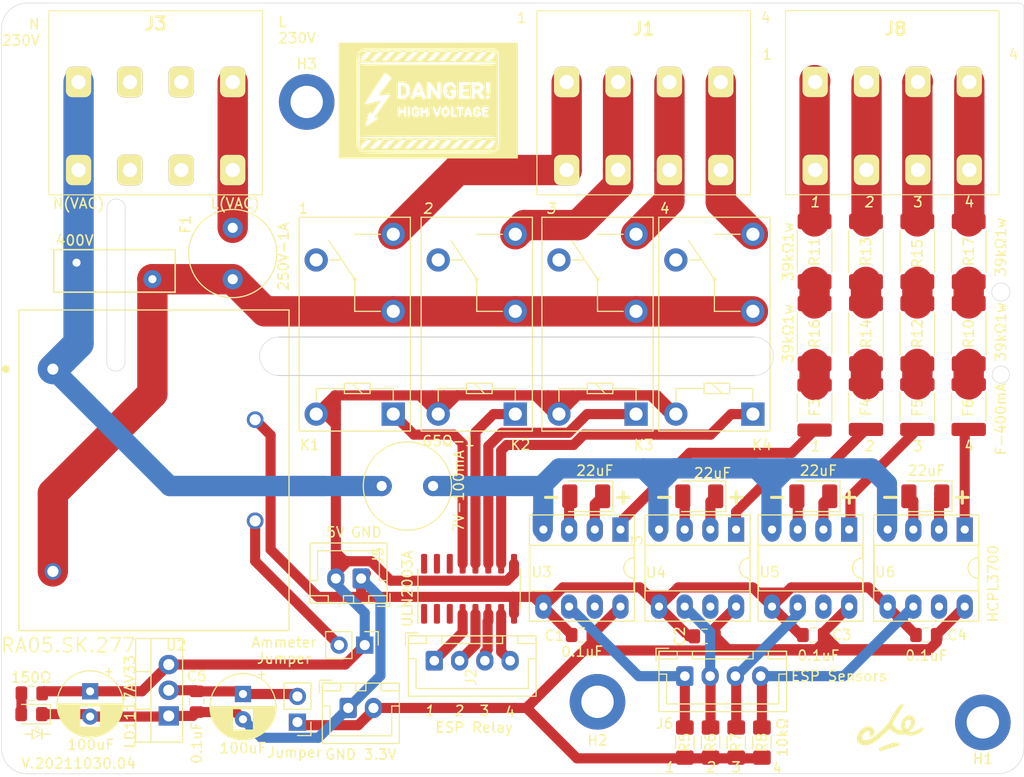
<source format=kicad_pcb>
(kicad_pcb (version 20171130) (host pcbnew "(5.1.6)-1")
  (layers (0 F.Cu signal) (31 B.Cu signal) (34 B.Paste user hide) (35 F.Paste user hide) (36 B.SilkS user hide) (37 F.SilkS user) (38 B.Mask user hide) (39 F.Mask user hide) (44 Edge.Cuts user))
  (net 0 "")
  (net 1 "220VAC(L)")
  (net 2 "220VAC(N)")
  (net 3 5V+)
  (net 4 3.3V+)
  (net 5 Sens4)
  (net 6 Sens3)
  (net 7 Sens2)
  (net 8 Sens1)
  (net 9 REO4)
  (net 10 REO3)
  (net 11 REO2)
  (net 12 REO1)
  (net 13 "Net-(22uF1-Pad2)")
  (net 14 "Net-(22uF1-Pad1)")
  (net 15 "Net-(22uF2-Pad2)")
  (net 16 "Net-(22uF2-Pad1)")
  (net 17 "Net-(22uF3-Pad2)")
  (net 18 "Net-(22uF3-Pad1)")
  (net 19 "Net-(22uF4-Pad2)")
  (net 20 "Net-(22uF4-Pad1)")
  (net 21 "GND(5V)")
  (net 22 REI1)
  (net 23 REI2)
  (net 24 REI3)
  (net 25 REI4)
  (net 26 "Net-(F1-Pad1)")
  (net 27 EspSens1)
  (net 28 EspSens2)
  (net 29 EspSens3)
  (net 30 EspSens4)
  (net 31 EspRel1)
  (net 32 EspRel2)
  (net 33 EspRel3)
  (net 34 EspRel4)
  (net 35 "Net-(D9-Pad2)")
  (net 36 "Net-(J9-Pad2)")
  (net 37 "Net-(F2-Pad1)")
  (net 38 "Net-(F3-Pad2)")
  (net 39 "Net-(F3-Pad1)")
  (net 40 "Net-(F4-Pad2)")
  (net 41 "Net-(F4-Pad1)")
  (net 42 "Net-(F5-Pad2)")
  (net 43 "Net-(F5-Pad1)")
  (net 44 "Net-(F6-Pad2)")
  (net 45 "Net-(F6-Pad1)")
  (net 46 "Net-(100uF_2-Pad1)")
  (net 47 "Net-(R10-Pad1)")
  (net 48 "Net-(R11-Pad2)")
  (net 49 "Net-(R12-Pad1)")
  (net 50 "Net-(R13-Pad2)")
  (module Capacitor_SMD:C_0805_2012Metric_Pad1.15x1.40mm_HandSolder (layer F.Cu) (at 118.3005 136.4525 90)
    (fp_text reference C5 (at 2.531 0 180) (layer F.SilkS))
    (fp_text value 0.1uF (at -4.073 0 270) (layer F.SilkS))
    (pad 2 smd roundrect (at 1.025 0 90) (size 1.15 1.4) (layers F.Cu F.Paste F.Mask) (roundrect_rratio 0.217391) (net 46 "Net-(100uF_2-Pad1)"))
    (pad 1 smd roundrect (at -1.025 0 90) (size 1.15 1.4) (layers F.Cu F.Paste F.Mask) (roundrect_rratio 0.217391) (net 21 "GND(5V)"))
  )
  (module Resistor_SMD:R_1206_3216Metric_Pad1.42x1.75mm_HandSolder (layer F.Cu) (at 174.1805 140.489 270)
    (fp_text reference R8 (at 0 0 90) (layer F.SilkS))
    (fp_text value 10kΩ (at -0.508 -2.032 90) (layer F.SilkS))
    (pad 2 smd roundrect (at 1.4875 0 270) (size 1.425 1.75) (layers F.Cu F.Paste F.Mask) (roundrect_rratio 0.175439) (net 4 3.3V+))
    (pad 1 smd roundrect (at -1.4875 0 270) (size 1.425 1.75) (layers F.Cu F.Paste F.Mask) (roundrect_rratio 0.175439) (net 27 EspSens1))
  )
  (module Resistor_SMD:R_1206_3216Metric_Pad1.42x1.75mm_HandSolder (layer F.Cu) (at 171.6405 140.489 270)
    (fp_text reference R7 (at -0.009 0 90) (layer F.SilkS))
    (fp_text value 10kΩ)
    (pad 2 smd roundrect (at 1.4875 0 270) (size 1.425 1.75) (layers F.Cu F.Paste F.Mask) (roundrect_rratio 0.175439) (net 4 3.3V+))
    (pad 1 smd roundrect (at -1.4875 0 270) (size 1.425 1.75) (layers F.Cu F.Paste F.Mask) (roundrect_rratio 0.175439) (net 28 EspSens2))
  )
  (module Resistor_SMD:R_1206_3216Metric_Pad1.42x1.75mm_HandSolder (layer F.Cu) (at 169.1005 140.489 270)
    (fp_text reference R6 (at 0 0 90) (layer F.SilkS))
    (fp_text value 10kΩ)
    (pad 2 smd roundrect (at 1.4875 0 270) (size 1.425 1.75) (layers F.Cu F.Paste F.Mask) (roundrect_rratio 0.175439) (net 4 3.3V+))
    (pad 1 smd roundrect (at -1.4875 0 270) (size 1.425 1.75) (layers F.Cu F.Paste F.Mask) (roundrect_rratio 0.175439) (net 29 EspSens3))
  )
  (module Resistor_SMD:R_1206_3216Metric_Pad1.42x1.75mm_HandSolder (layer F.Cu) (at 166.5605 140.489 270)
    (fp_text reference R5 (at 0 0 90) (layer F.SilkS))
    (fp_text value 10kΩ)
    (pad 2 smd roundrect (at 1.4875 0 270) (size 1.425 1.75) (layers F.Cu F.Paste F.Mask) (roundrect_rratio 0.175439) (net 4 3.3V+))
    (pad 1 smd roundrect (at -1.4875 0 270) (size 1.425 1.75) (layers F.Cu F.Paste F.Mask) (roundrect_rratio 0.175439) (net 30 EspSens4))
  )
  (module icons:led_6000dpi (layer F.Cu) (at 102.5525 139.5095)
    (fp_text reference G*** hide)
    (fp_text value LOGO hide)
  )
  (module icons:che (layer F.Cu) (at 186.8805 139.0015)
    (fp_text reference G*** hide)
    (fp_text value LOGO hide)
  )
  (module rac05-05sk:277 (layer F.Cu) (at 114.0765 113.5685)
    (fp_text reference RA05.SK.277 (at -8.476 17.305 180) (layer F.SilkS) (effects (font (size 1.4 1.4))))
    (fp_text value RAC05.05SK.277)
    (pad 9 thru_hole circle (at 10 -5) (size 1.65 1.65) (drill 1.1) (layers *.Cu *.Mask) (net 21 "GND(5V)"))
    (pad 7 thru_hole circle (at 10 5) (size 1.65 1.65) (drill 1.1) (layers *.Cu *.Mask) (net 36 "Net-(J9-Pad2)"))
    (pad 5 thru_hole circle (at -10 10) (size 1.65 1.65) (drill 1.1) (layers *.Cu *.Mask) (net 1 "220VAC(L)"))
    (pad 1 thru_hole rect (at -10 -10) (size 1.65 1.65) (drill 1.1) (layers *.Cu *.Mask) (net 37 "Net-(F2-Pad1)"))
  )
  (module 1017505_updated_pretty:1017505_pretty (layer F.Cu) (at 170.1165 83.8835 180)
    (fp_text reference J1 (at 7.62 13.97) (layer F.SilkS) (effects (font (size 1.27 1.27) (thickness 0.254))))
    (fp_text value 1017505 hide)
    (pad 1 thru_hole roundrect (at 0 0 270) (size 3 2.5) (drill 1.4) (layers *.Cu *.Mask F.SilkS) (net 9 REO4))
    (pad 2 thru_hole roundrect (at 0 8.7 270) (size 3 2.5) (drill 1.4) (layers *.Cu *.Mask F.SilkS) (net 9 REO4))
    (pad 3 thru_hole roundrect (at 5.08 0 270) (size 3 2.5) (drill 1.4) (layers *.Cu *.Mask F.SilkS) (net 10 REO3))
    (pad 4 thru_hole roundrect (at 5.08 8.7 270) (size 3 2.5) (drill 1.4) (layers *.Cu *.Mask F.SilkS) (net 10 REO3))
    (pad 5 thru_hole roundrect (at 10.16 0 270) (size 3 2.5) (drill 1.4) (layers *.Cu *.Mask F.SilkS) (net 11 REO2))
    (pad 6 thru_hole roundrect (at 10.16 8.7 270) (size 3 2.5) (drill 1.4) (layers *.Cu *.Mask F.SilkS) (net 11 REO2))
    (pad 7 thru_hole roundrect (at 15.24 0 270) (size 3 2.5) (drill 1.4) (layers *.Cu *.Mask F.SilkS) (net 12 REO1))
    (pad 8 thru_hole roundrect (at 15.24 8.7 270) (size 3 2.5) (drill 1.4) (layers *.Cu *.Mask F.SilkS) (net 12 REO1))
  )
  (module Package_SO:SOIC-16_3.9x9.9mm_P1.27mm (layer F.Cu) (at 145.2245 125.2855 90)
    (fp_text reference U1 hide)
    (fp_text value ULN2003A (at 0 -6.096 90) (layer F.SilkS))
    (pad 1 smd roundrect (at -2.475 -4.445 90) (size 1.95 0.6) (layers F.Cu F.Paste F.Mask))
    (pad 2 smd roundrect (at -2.475 -3.175 90) (size 1.95 0.6) (layers F.Cu F.Paste F.Mask))
    (pad 3 smd roundrect (at -2.475 -1.905 90) (size 1.95 0.6) (layers F.Cu F.Paste F.Mask))
    (pad 4 smd roundrect (at -2.475 -0.635 90) (size 1.95 0.6) (layers F.Cu F.Paste F.Mask) (net 34 EspRel4))
    (pad 5 smd roundrect (at -2.475 0.635 90) (size 1.95 0.6) (layers F.Cu F.Paste F.Mask) (net 33 EspRel3))
    (pad 6 smd roundrect (at -2.475 1.905 90) (size 1.95 0.6) (layers F.Cu F.Paste F.Mask) (net 32 EspRel2))
    (pad 7 smd roundrect (at -2.475 3.175 90) (size 1.95 0.6) (layers F.Cu F.Paste F.Mask) (net 31 EspRel1))
    (pad 8 smd roundrect (at -2.475 4.445 90) (size 1.95 0.6) (layers F.Cu F.Paste F.Mask) (net 21 "GND(5V)"))
    (pad 9 smd roundrect (at 2.475 4.445 90) (size 1.95 0.6) (layers F.Cu F.Paste F.Mask) (net 3 5V+))
    (pad 10 smd roundrect (at 2.475 3.175 90) (size 1.95 0.6) (layers F.Cu F.Paste F.Mask) (net 25 REI4))
    (pad 11 smd roundrect (at 2.475 1.905 90) (size 1.95 0.6) (layers F.Cu F.Paste F.Mask) (net 24 REI3))
    (pad 12 smd roundrect (at 2.475 0.635 90) (size 1.95 0.6) (layers F.Cu F.Paste F.Mask) (net 23 REI2))
    (pad 13 smd roundrect (at 2.475 -0.635 90) (size 1.95 0.6) (layers F.Cu F.Paste F.Mask) (net 22 REI1))
    (pad 14 smd roundrect (at 2.475 -1.905 90) (size 1.95 0.6) (layers F.Cu F.Paste F.Mask))
    (pad 15 smd roundrect (at 2.475 -3.175 90) (size 1.95 0.6) (layers F.Cu F.Paste F.Mask))
    (pad 16 smd roundrect (at 2.475 -4.445 90) (size 1.95 0.6) (layers F.Cu F.Paste F.Mask))
  )
  (module Capacitor_Tantalum_SMD:CP_EIA-3528-21_Kemet-B_Pad1.50x2.35mm_HandSolder (layer F.Cu) (at 190.3355 116.1415 180)
    (fp_text reference 22uF4 hide)
    (fp_text value 22uF (at -0.101 2.54 180) (layer F.SilkS))
    (pad 2 smd roundrect (at 1.625 0 180) (size 1.5 2.35) (layers F.Cu F.Paste F.Mask) (roundrect_rratio 0.166667) (net 19 "Net-(22uF4-Pad2)"))
    (pad 1 smd roundrect (at -1.625 0 180) (size 1.5 2.35) (layers F.Cu F.Paste F.Mask) (roundrect_rratio 0.166667) (net 20 "Net-(22uF4-Pad1)"))
  )
  (module Capacitor_Tantalum_SMD:CP_EIA-3528-21_Kemet-B_Pad1.50x2.35mm_HandSolder (layer F.Cu) (at 179.2605 116.1415 180)
    (fp_text reference 22uF3 hide)
    (fp_text value 22uF (at -0.508 2.54 180) (layer F.SilkS))
    (pad 2 smd roundrect (at 1.625 0 180) (size 1.5 2.35) (layers F.Cu F.Paste F.Mask) (roundrect_rratio 0.166667) (net 17 "Net-(22uF3-Pad2)"))
    (pad 1 smd roundrect (at -1.625 0 180) (size 1.5 2.35) (layers F.Cu F.Paste F.Mask) (roundrect_rratio 0.166667) (net 18 "Net-(22uF3-Pad1)"))
  )
  (module Capacitor_Tantalum_SMD:CP_EIA-3528-21_Kemet-B_Pad1.50x2.35mm_HandSolder (layer F.Cu) (at 167.9835 116.1415 180)
    (fp_text reference 22uF2 hide)
    (fp_text value 22uF (at -1.3065 2.286 180) (layer F.SilkS))
    (pad 2 smd roundrect (at 1.625 0 180) (size 1.5 2.35) (layers F.Cu F.Paste F.Mask) (roundrect_rratio 0.166667) (net 15 "Net-(22uF2-Pad2)"))
    (pad 1 smd roundrect (at -1.625 0 180) (size 1.5 2.35) (layers F.Cu F.Paste F.Mask) (roundrect_rratio 0.166667) (net 16 "Net-(22uF2-Pad1)"))
  )
  (module Capacitor_Tantalum_SMD:CP_EIA-3528-21_Kemet-B_Pad1.50x2.35mm_HandSolder (layer F.Cu) (at 156.8075 116.1415 180)
    (fp_text reference 22uF1 hide)
    (fp_text value 22uF (at -0.8525 2.54 180) (layer F.SilkS))
    (pad 2 smd roundrect (at 1.625 0 180) (size 1.5 2.35) (layers F.Cu F.Paste F.Mask) (roundrect_rratio 0.166667) (net 13 "Net-(22uF1-Pad2)"))
    (pad 1 smd roundrect (at -1.625 0 180) (size 1.5 2.35) (layers F.Cu F.Paste F.Mask) (roundrect_rratio 0.166667) (net 14 "Net-(22uF1-Pad1)"))
  )
  (module Fuse:Fuse_Littelfuse_372_D8.50mm (layer F.Cu) (at 136.5885 115.1255)
    (fp_text reference F2 hide)
    (fp_text value 7V-100mA (at 7.62 0.508 -90) (layer F.SilkS))
    (pad 2 thru_hole circle (at 5.08 0) (size 2 2) (drill 1) (layers *.Cu *.Mask) (net 2 "220VAC(N)"))
    (pad 1 thru_hole circle (at 0 0) (size 2 2) (drill 1) (layers *.Cu *.Mask) (net 37 "Net-(F2-Pad1)"))
  )
  (module Resistor_SMD:R_2512_6332Metric_Pad1.52x3.35mm_HandSolder (layer F.Cu) (at 194.6275 91.951 270)
    (fp_text reference R17 (at 0 0 90) (layer F.SilkS))
    (fp_text value 39kΩ1w (at -0.4475 -3.175 90) (layer F.SilkS))
    (pad 2 smd roundrect (at 2.9875 0 270) (size 1.525 3.35) (layers F.Cu F.Paste F.Mask) (roundrect_rratio 0.163934) (net 47 "Net-(R10-Pad1)"))
    (pad 1 smd roundrect (at -2.9875 0 270) (size 1.525 3.35) (layers F.Cu F.Paste F.Mask) (roundrect_rratio 0.163934) (net 5 Sens4))
  )
  (module Resistor_SMD:R_2512_6332Metric_Pad1.52x3.35mm_HandSolder (layer F.Cu) (at 189.5475 91.951 270)
    (fp_text reference R15 (at 0.1875 0 90) (layer F.SilkS))
    (fp_text value 39kΩ1w)
    (pad 2 smd roundrect (at 2.9875 0 270) (size 1.525 3.35) (layers F.Cu F.Paste F.Mask) (roundrect_rratio 0.163934) (net 49 "Net-(R12-Pad1)"))
    (pad 1 smd roundrect (at -2.9875 0 270) (size 1.525 3.35) (layers F.Cu F.Paste F.Mask) (roundrect_rratio 0.163934) (net 6 Sens3))
  )
  (module Resistor_SMD:R_2512_6332Metric_Pad1.52x3.35mm_HandSolder (layer F.Cu) (at 184.4675 91.951 270)
    (fp_text reference R13 (at 0 0 90) (layer F.SilkS))
    (fp_text value 39kΩ1w)
    (pad 2 smd roundrect (at 2.9875 0 270) (size 1.525 3.35) (layers F.Cu F.Paste F.Mask) (roundrect_rratio 0.163934) (net 50 "Net-(R13-Pad2)"))
    (pad 1 smd roundrect (at -2.9875 0 270) (size 1.525 3.35) (layers F.Cu F.Paste F.Mask) (roundrect_rratio 0.163934) (net 8 Sens1))
  )
  (module Resistor_SMD:R_2512_6332Metric_Pad1.52x3.35mm_HandSolder (layer F.Cu) (at 179.3875 91.951 270)
    (fp_text reference R11 (at 0 0 90) (layer F.SilkS))
    (fp_text value 39kΩ1w (at 0 2.62 90) (layer F.SilkS))
    (pad 2 smd roundrect (at 2.9875 0 270) (size 1.525 3.35) (layers F.Cu F.Paste F.Mask) (roundrect_rratio 0.163934) (net 48 "Net-(R11-Pad2)"))
    (pad 1 smd roundrect (at -2.9875 0 270) (size 1.525 3.35) (layers F.Cu F.Paste F.Mask) (roundrect_rratio 0.163934) (net 7 Sens2))
  )
  (module Connector_PinHeader_2.54mm:PinHeader_1x02_P2.54mm_Vertical (layer F.Cu) (at 128.2573 138.4681 180)
    (fp_text reference J11 hide)
    (fp_text value "Current Jumper" hide)
    (fp_text user Jumper (at 0.2794 -2.9972 180) (layer F.SilkS))
    (pad 2 thru_hole oval (at 0 2.54 180) (size 1.7 1.7) (drill 1) (layers *.Cu *.Mask) (net 46 "Net-(100uF_2-Pad1)"))
    (pad 1 thru_hole rect (at 0 0 180) (size 1.7 1.7) (drill 1) (layers *.Cu *.Mask) (net 4 3.3V+))
  )
  (module Connector_JST:JST_XH_B2B-XH-A_1x02_P2.50mm_Vertical (layer F.Cu) (at 133.2757 137.0711)
    (fp_text reference J10 hide)
    (fp_text value "GND 3.3V" (at 1.25 4.6) (layer F.SilkS))
    (pad 2 thru_hole oval (at 2.5 0) (size 1.7 2) (drill 1) (layers *.Cu *.Mask) (net 4 3.3V+))
    (pad 1 thru_hole roundrect (at 0 0) (size 1.7 2) (drill 1) (layers *.Cu *.Mask) (roundrect_rratio 0.147059) (net 21 "GND(5V)"))
  )
  (module Resistor_SMD:R_0805_2012Metric_Pad1.15x1.40mm_HandSolder (layer F.Cu) (at 101.9937 135.6233)
    (fp_text reference R9 hide)
    (fp_text value 150Ω (at -0.0508 -1.5748) (layer F.SilkS))
    (pad 2 smd roundrect (at 1.025 0) (size 1.15 1.4) (layers F.Cu F.Paste F.Mask) (roundrect_rratio 0.217391) (net 3 5V+))
    (pad 1 smd roundrect (at -1.025 0) (size 1.15 1.4) (layers F.Cu F.Paste F.Mask) (roundrect_rratio 0.217391) (net 35 "Net-(D9-Pad2)"))
  )
  (module LED_SMD:LED_0805_2012Metric_Pad1.15x1.40mm_HandSolder (layer F.Cu) (at 101.9683 137.6807 180)
    (fp_text reference D9 hide)
    (fp_text value LED hide)
    (pad 2 smd roundrect (at 1.025 0 180) (size 1.15 1.4) (layers F.Cu F.Paste F.Mask) (roundrect_rratio 0.217391) (net 35 "Net-(D9-Pad2)"))
    (pad 1 smd roundrect (at -1.025 0 180) (size 1.15 1.4) (layers F.Cu F.Paste F.Mask) (roundrect_rratio 0.217391) (net 21 "GND(5V)"))
  )
  (module Capacitor_SMD:C_0805_2012Metric_Pad1.15x1.40mm_HandSolder (layer F.Cu) (at 190.4365 129.8575 180)
    (fp_text reference C4 (at -3.048 0) (layer F.SilkS))
    (fp_text value 0.1uF (at 0 -2.032) (layer F.SilkS))
    (pad 2 smd roundrect (at 1.025 0 180) (size 1.15 1.4) (layers F.Cu F.Paste F.Mask) (roundrect_rratio 0.217391) (net 21 "GND(5V)"))
    (pad 1 smd roundrect (at -1.025 0 180) (size 1.15 1.4) (layers F.Cu F.Paste F.Mask) (roundrect_rratio 0.217391) (net 4 3.3V+))
  )
  (module Capacitor_SMD:C_0805_2012Metric_Pad1.15x1.40mm_HandSolder (layer F.Cu) (at 179.2605 129.8575 180)
    (fp_text reference C3 (at -2.803 0) (layer F.SilkS))
    (fp_text value 0.1uF (at -0.508 -2.032) (layer F.SilkS))
    (pad 2 smd roundrect (at 1.025 0 180) (size 1.15 1.4) (layers F.Cu F.Paste F.Mask) (roundrect_rratio 0.217391) (net 21 "GND(5V)"))
    (pad 1 smd roundrect (at -1.025 0 180) (size 1.15 1.4) (layers F.Cu F.Paste F.Mask) (roundrect_rratio 0.217391) (net 4 3.3V+))
  )
  (module Capacitor_SMD:C_0805_2012Metric_Pad1.15x1.40mm_HandSolder (layer F.Cu) (at 156.3915 129.8575 180)
    (fp_text reference C1 (at 2.7215 -0.0635) (layer F.SilkS))
    (fp_text value 0.1uF (at -0.009 -1.6383) (layer F.SilkS))
    (pad 2 smd roundrect (at 1.025 0 180) (size 1.15 1.4) (layers F.Cu F.Paste F.Mask) (roundrect_rratio 0.217391) (net 21 "GND(5V)"))
    (pad 1 smd roundrect (at -1.025 0 180) (size 1.15 1.4) (layers F.Cu F.Paste F.Mask) (roundrect_rratio 0.217391) (net 4 3.3V+))
  )
  (module Capacitor_SMD:C_0805_2012Metric_Pad1.15x1.40mm_HandSolder (layer F.Cu) (at 168.52 129.9845 180)
    (fp_text reference C2 (at 2.4675 0 90) (layer F.SilkS))
    (fp_text value 0.1uF)
    (pad 2 smd roundrect (at 1.025 0 180) (size 1.15 1.4) (layers F.Cu F.Paste F.Mask) (roundrect_rratio 0.217391) (net 21 "GND(5V)"))
    (pad 1 smd roundrect (at -1.025 0 180) (size 1.15 1.4) (layers F.Cu F.Paste F.Mask) (roundrect_rratio 0.217391) (net 4 3.3V+))
  )
  (module Fuse:Fuse_1812_4532Metric_Pad1.30x3.40mm_HandSolder (layer F.Cu) (at 194.6275 107.3055 270)
    (fp_text reference F6 (at 0.073 0.056 90) (layer F.SilkS))
    (fp_text value Fuse)
    (pad 2 smd roundrect (at 2.225 0 270) (size 1.3 3.4) (layers F.Cu F.Paste F.Mask) (roundrect_rratio 0.192308) (net 44 "Net-(F6-Pad2)"))
    (pad 1 smd roundrect (at -2.225 0 270) (size 1.3 3.4) (layers F.Cu F.Paste F.Mask) (roundrect_rratio 0.192308) (net 45 "Net-(F6-Pad1)"))
  )
  (module Fuse:Fuse_1812_4532Metric_Pad1.30x3.40mm_HandSolder (layer F.Cu) (at 189.5475 107.3055 270)
    (fp_text reference F5 (at 0.073 0 90) (layer F.SilkS))
    (fp_text value Fuse)
    (pad 2 smd roundrect (at 2.225 0 270) (size 1.3 3.4) (layers F.Cu F.Paste F.Mask) (roundrect_rratio 0.192308) (net 42 "Net-(F5-Pad2)"))
    (pad 1 smd roundrect (at -2.225 0 270) (size 1.3 3.4) (layers F.Cu F.Paste F.Mask) (roundrect_rratio 0.192308) (net 43 "Net-(F5-Pad1)"))
  )
  (module Fuse:Fuse_1812_4532Metric_Pad1.30x3.40mm_HandSolder (layer F.Cu) (at 184.4675 107.3055 270)
    (fp_text reference F4 (at 0 0 90) (layer F.SilkS))
    (fp_text value Fuse)
    (pad 2 smd roundrect (at 2.225 0 270) (size 1.3 3.4) (layers F.Cu F.Paste F.Mask) (roundrect_rratio 0.192308) (net 40 "Net-(F4-Pad2)"))
    (pad 1 smd roundrect (at -2.225 0 270) (size 1.3 3.4) (layers F.Cu F.Paste F.Mask) (roundrect_rratio 0.192308) (net 41 "Net-(F4-Pad1)"))
  )
  (module Fuse:Fuse_1812_4532Metric_Pad1.30x3.40mm_HandSolder (layer F.Cu) (at 179.3875 107.369 270)
    (fp_text reference F3 (at 0 0 90) (layer F.SilkS))
    (fp_text value Fuse)
    (pad 2 smd roundrect (at 2.225 0 270) (size 1.3 3.4) (layers F.Cu F.Paste F.Mask) (roundrect_rratio 0.192308) (net 38 "Net-(F3-Pad2)"))
    (pad 1 smd roundrect (at -2.225 0 270) (size 1.3 3.4) (layers F.Cu F.Paste F.Mask) (roundrect_rratio 0.192308) (net 39 "Net-(F3-Pad1)"))
  )
  (module Resistor_SMD:R_2512_6332Metric_Pad1.52x3.35mm_HandSolder (layer F.Cu) (at 179.3875 100.061 270)
    (fp_text reference R16 (at 0 0 90) (layer F.SilkS))
    (fp_text value 39kΩ1w (at 0 2.62 90) (layer F.SilkS))
    (pad 2 smd roundrect (at 2.9875 0 270) (size 1.525 3.35) (layers F.Cu F.Paste F.Mask) (roundrect_rratio 0.163934) (net 39 "Net-(F3-Pad1)"))
    (pad 1 smd roundrect (at -2.9875 0 270) (size 1.525 3.35) (layers F.Cu F.Paste F.Mask) (roundrect_rratio 0.163934) (net 48 "Net-(R11-Pad2)"))
  )
  (module Resistor_SMD:R_2512_6332Metric_Pad1.52x3.35mm_HandSolder (layer F.Cu) (at 184.4675 100.061 270)
    (fp_text reference R14 (at 0 0 90) (layer F.SilkS))
    (fp_text value 39kΩ1w)
    (pad 2 smd roundrect (at 2.9875 0 270) (size 1.525 3.35) (layers F.Cu F.Paste F.Mask) (roundrect_rratio 0.163934) (net 41 "Net-(F4-Pad1)"))
    (pad 1 smd roundrect (at -2.9875 0 270) (size 1.525 3.35) (layers F.Cu F.Paste F.Mask) (roundrect_rratio 0.163934) (net 50 "Net-(R13-Pad2)"))
  )
  (module Resistor_SMD:R_2512_6332Metric_Pad1.52x3.35mm_HandSolder (layer F.Cu) (at 189.5475 100.061 270)
    (fp_text reference R12 (at 0 0 90) (layer F.SilkS))
    (fp_text value 39kΩ1w)
    (pad 2 smd roundrect (at 2.9875 0 270) (size 1.525 3.35) (layers F.Cu F.Paste F.Mask) (roundrect_rratio 0.163934) (net 43 "Net-(F5-Pad1)"))
    (pad 1 smd roundrect (at -2.9875 0 270) (size 1.525 3.35) (layers F.Cu F.Paste F.Mask) (roundrect_rratio 0.163934) (net 49 "Net-(R12-Pad1)"))
  )
  (module Resistor_SMD:R_2512_6332Metric_Pad1.52x3.35mm_HandSolder (layer F.Cu) (at 194.6275 100.061 270)
    (fp_text reference R10 (at 0 0 90) (layer F.SilkS))
    (fp_text value 39kΩ1w (at -0.1755 -3.175 90) (layer F.SilkS))
    (pad 2 smd roundrect (at 2.9875 0 270) (size 1.525 3.35) (layers F.Cu F.Paste F.Mask) (roundrect_rratio 0.163934) (net 45 "Net-(F6-Pad1)"))
    (pad 1 smd roundrect (at -2.9875 0 270) (size 1.525 3.35) (layers F.Cu F.Paste F.Mask) (roundrect_rratio 0.163934) (net 47 "Net-(R10-Pad1)"))
  )
  (module 1017505_updated_pretty:1017505_pretty (layer F.Cu) (at 194.6835 83.8715 180)
    (fp_text reference J8 (at 7.295 13.958) (layer F.SilkS) (effects (font (size 1.27 1.27) (thickness 0.254))))
    (fp_text value 1017505 hide)
    (pad 1 thru_hole roundrect (at 0 0 270) (size 3 2.5) (drill 1.4) (layers *.Cu *.Mask F.SilkS) (net 5 Sens4))
    (pad 2 thru_hole roundrect (at 0 8.7 270) (size 3 2.5) (drill 1.4) (layers *.Cu *.Mask F.SilkS) (net 5 Sens4))
    (pad 3 thru_hole roundrect (at 5.08 0 270) (size 3 2.5) (drill 1.4) (layers *.Cu *.Mask F.SilkS) (net 6 Sens3))
    (pad 4 thru_hole roundrect (at 5.08 8.7 270) (size 3 2.5) (drill 1.4) (layers *.Cu *.Mask F.SilkS) (net 6 Sens3))
    (pad 5 thru_hole roundrect (at 10.16 0 270) (size 3 2.5) (drill 1.4) (layers *.Cu *.Mask F.SilkS) (net 8 Sens1))
    (pad 6 thru_hole roundrect (at 10.16 8.7 270) (size 3 2.5) (drill 1.4) (layers *.Cu *.Mask F.SilkS) (net 8 Sens1))
    (pad 7 thru_hole roundrect (at 15.24 0 270) (size 3 2.5) (drill 1.4) (layers *.Cu *.Mask F.SilkS) (net 7 Sens2))
    (pad 8 thru_hole roundrect (at 15.24 8.7 270) (size 3 2.5) (drill 1.4) (layers *.Cu *.Mask F.SilkS) (net 7 Sens2))
  )
  (module 1017505_updated_pretty:1017505_pretty (layer F.Cu) (at 121.8565 83.8835 180)
    (fp_text reference J3 (at 7.62 14.478) (layer F.SilkS) (effects (font (size 1.27 1.27) (thickness 0.254))))
    (fp_text value 1017505 hide)
    (pad 1 thru_hole roundrect (at 0 0 270) (size 3 2.5) (drill 1.4) (layers *.Cu *.Mask F.SilkS) (net 26 "Net-(F1-Pad1)"))
    (pad 2 thru_hole roundrect (at 0 8.7 270) (size 3 2.5) (drill 1.4) (layers *.Cu *.Mask F.SilkS) (net 26 "Net-(F1-Pad1)"))
    (pad 3 thru_hole roundrect (at 5.08 0 270) (size 3 2.5) (drill 1.4) (layers *.Cu *.Mask F.SilkS))
    (pad 4 thru_hole roundrect (at 5.08 8.7 270) (size 3 2.5) (drill 1.4) (layers *.Cu *.Mask F.SilkS))
    (pad 5 thru_hole roundrect (at 10.16 0 270) (size 3 2.5) (drill 1.4) (layers *.Cu *.Mask F.SilkS))
    (pad 6 thru_hole roundrect (at 10.16 8.7 270) (size 3 2.5) (drill 1.4) (layers *.Cu *.Mask F.SilkS))
    (pad 7 thru_hole roundrect (at 15.24 0 270) (size 3 2.5) (drill 1.4) (layers *.Cu *.Mask F.SilkS) (net 37 "Net-(F2-Pad1)"))
    (pad 8 thru_hole roundrect (at 15.24 8.7 270) (size 3 2.5) (drill 1.4) (layers *.Cu *.Mask F.SilkS) (net 37 "Net-(F2-Pad1)"))
  )
  (module Connector_PinHeader_2.54mm:PinHeader_1x02_P2.54mm_Vertical (layer F.Cu) (at 134.9121 130.85064 270)
    (fp_text reference J9 hide)
    (fp_text value "Current Jumper" hide)
    (pad 2 thru_hole oval (at 0 2.54 270) (size 1.7 1.7) (drill 1) (layers *.Cu *.Mask) (net 36 "Net-(J9-Pad2)"))
    (pad 1 thru_hole rect (at 0 0 270) (size 1.7 1.7) (drill 1) (layers *.Cu *.Mask) (net 3 5V+))
  )
  (module Capacitor_THT:CP_Radial_D6.3mm_P2.50mm (layer F.Cu) (at 122.8725 135.6887 270)
    (fp_text reference 100uF_2 hide)
    (fp_text value 100uF hide)
    (fp_text user 100uF (at 5.3448 0 180) (layer F.SilkS))
    (pad 2 thru_hole circle (at 2.5 0 270) (size 1.6 1.6) (drill 0.8) (layers *.Cu *.Mask) (net 21 "GND(5V)"))
    (pad 1 thru_hole rect (at 0 0 270) (size 1.6 1.6) (drill 0.8) (layers *.Cu *.Mask) (net 46 "Net-(100uF_2-Pad1)"))
  )
  (module Capacitor_THT:CP_Radial_D6.3mm_P2.50mm (layer F.Cu) (at 107.7595 135.4201 270)
    (fp_text reference 100uF_1 hide)
    (fp_text value 100uF hide)
    (fp_text user 100uF (at 5.2832 -0.0508) (layer F.SilkS))
    (pad 2 thru_hole circle (at 2.5 0 270) (size 1.6 1.6) (drill 0.8) (layers *.Cu *.Mask) (net 21 "GND(5V)"))
    (pad 1 thru_hole rect (at 0 0 270) (size 1.6 1.6) (drill 0.8) (layers *.Cu *.Mask) (net 3 5V+))
  )
  (module icons:danger1_negative (layer F.Cu) (at 141.1605 77.0255)
    (fp_text reference G*** hide)
    (fp_text value LOGO hide)
  )
  (module Varistor:RV_Disc_D12mm_W4.2mm_P7.5mm (layer F.Cu) (at 106.4165 93.04017)
    (fp_text reference RV1 hide)
    (fp_text value 400V (at -0.181 -2.19707) (layer F.SilkS))
    (pad 2 thru_hole circle (at 7.5 1.63333) (size 1.8 1.8) (drill 0.8) (layers *.Cu *.Mask) (net 1 "220VAC(L)"))
    (pad 1 thru_hole circle (at 0 0) (size 1.8 1.8) (drill 0.8) (layers *.Cu *.Mask) (net 37 "Net-(F2-Pad1)"))
  )
  (module MountingHole:MountingHole_3.2mm_M3_ISO14580_Pad (layer F.Cu) (at 129.1717 77.1525)
    (fp_text reference H3 (at 0 -3.75) (layer F.SilkS))
    (fp_text value MountingHole_Pad)
    (pad 1 thru_hole circle (at 0 0) (size 5.5 5.5) (drill 3.2) (layers *.Cu *.Mask))
  )
  (module Relay_THT:Relay_SPDT_Omron-G5Q-1 (layer F.Cu) (at 161.7345 108.0135 90)
    (fp_text reference K3 (at -3.048 0.762) (layer F.SilkS))
    (fp_text value G5Q-1)
    (pad 5 thru_hole circle (at 0 -7.62 270) (size 2.3 2.3) (drill 1.3) (layers *.Cu *.Mask) (net 3 5V+))
    (pad 4 thru_hole circle (at 15.24 -7.62 270) (size 2.3 2.3) (drill 1.3) (layers *.Cu *.Mask))
    (pad 3 thru_hole circle (at 17.78 0 270) (size 2.3 2.3) (drill 1.3) (layers *.Cu *.Mask) (net 10 REO3))
    (pad 2 thru_hole circle (at 10.16 0 270) (size 2.3 2.3) (drill 1.3) (layers *.Cu *.Mask) (net 1 "220VAC(L)"))
    (pad 1 thru_hole rect (at 0 0 270) (size 2.3 2.3) (drill 1.3) (layers *.Cu *.Mask) (net 24 REI3))
  )
  (module Connector_JST:JST_XH_B4B-XH-A_1x04_P2.50mm_Vertical (layer F.Cu) (at 141.7885 132.3975)
    (fp_text reference J2 (at 3.6322 1.6256 -90) (layer F.SilkS))
    (fp_text value "ESP Relays")
    (pad 4 thru_hole oval (at 7.5 0) (size 1.7 1.95) (drill 0.95) (layers *.Cu *.Mask) (net 31 EspRel1))
    (pad 3 thru_hole oval (at 5 0) (size 1.7 1.95) (drill 0.95) (layers *.Cu *.Mask) (net 32 EspRel2))
    (pad 2 thru_hole oval (at 2.5 0) (size 1.7 1.95) (drill 0.95) (layers *.Cu *.Mask) (net 33 EspRel3))
    (pad 1 thru_hole roundrect (at 0 0) (size 1.7 1.95) (drill 0.95) (layers *.Cu *.Mask) (roundrect_rratio 0.147059) (net 34 EspRel4))
  )
  (module Package_DIP:DIP-8_W7.62mm_Socket_LongPads (layer F.Cu) (at 171.6265 119.4275 270)
    (fp_text reference U4 (at 4.2705 7.9235 180) (layer F.SilkS))
    (fp_text value HCPL3700)
    (pad 1 thru_hole rect (at 0 0 270) (size 2.4 1.6) (drill 0.8) (layers *.Cu *.Mask) (net 40 "Net-(F4-Pad2)"))
    (pad 5 thru_hole oval (at 7.62 7.62 270) (size 2.4 1.6) (drill 0.8) (layers *.Cu *.Mask) (net 21 "GND(5V)"))
    (pad 2 thru_hole oval (at 0 2.54 270) (size 2.4 1.6) (drill 0.8) (layers *.Cu *.Mask) (net 16 "Net-(22uF2-Pad1)"))
    (pad 6 thru_hole oval (at 7.62 5.08 270) (size 2.4 1.6) (drill 0.8) (layers *.Cu *.Mask) (net 29 EspSens3))
    (pad 3 thru_hole oval (at 0 5.08 270) (size 2.4 1.6) (drill 0.8) (layers *.Cu *.Mask) (net 15 "Net-(22uF2-Pad2)"))
    (pad 7 thru_hole oval (at 7.62 2.54 270) (size 2.4 1.6) (drill 0.8) (layers *.Cu *.Mask))
    (pad 4 thru_hole oval (at 0 7.62 270) (size 2.4 1.6) (drill 0.8) (layers *.Cu *.Mask) (net 2 "220VAC(N)"))
    (pad 8 thru_hole oval (at 7.62 0 270) (size 2.4 1.6) (drill 0.8) (layers *.Cu *.Mask) (net 4 3.3V+))
  )
  (module Package_DIP:DIP-8_W7.62mm_Socket_LongPads (layer F.Cu) (at 194.2325 119.4275 270)
    (fp_text reference U6 (at 4.207 7.86 180) (layer F.SilkS))
    (fp_text value HCPL3700)
    (pad 1 thru_hole rect (at 0 0 270) (size 2.4 1.6) (drill 0.8) (layers *.Cu *.Mask) (net 44 "Net-(F6-Pad2)"))
    (pad 5 thru_hole oval (at 7.62 7.62 270) (size 2.4 1.6) (drill 0.8) (layers *.Cu *.Mask) (net 21 "GND(5V)"))
    (pad 2 thru_hole oval (at 0 2.54 270) (size 2.4 1.6) (drill 0.8) (layers *.Cu *.Mask) (net 20 "Net-(22uF4-Pad1)"))
    (pad 6 thru_hole oval (at 7.62 5.08 270) (size 2.4 1.6) (drill 0.8) (layers *.Cu *.Mask) (net 27 EspSens1))
    (pad 3 thru_hole oval (at 0 5.08 270) (size 2.4 1.6) (drill 0.8) (layers *.Cu *.Mask) (net 19 "Net-(22uF4-Pad2)"))
    (pad 7 thru_hole oval (at 7.62 2.54 270) (size 2.4 1.6) (drill 0.8) (layers *.Cu *.Mask))
    (pad 4 thru_hole oval (at 0 7.62 270) (size 2.4 1.6) (drill 0.8) (layers *.Cu *.Mask) (net 2 "220VAC(N)"))
    (pad 8 thru_hole oval (at 7.62 0 270) (size 2.4 1.6) (drill 0.8) (layers *.Cu *.Mask) (net 4 3.3V+))
  )
  (module Package_DIP:DIP-8_W7.62mm_Socket_LongPads (layer F.Cu) (at 182.8025 119.4275 270)
    (fp_text reference U5 (at 4.207 7.86 180) (layer F.SilkS))
    (fp_text value HCPL3700)
    (pad 1 thru_hole rect (at 0 0 270) (size 2.4 1.6) (drill 0.8) (layers *.Cu *.Mask) (net 42 "Net-(F5-Pad2)"))
    (pad 5 thru_hole oval (at 7.62 7.62 270) (size 2.4 1.6) (drill 0.8) (layers *.Cu *.Mask) (net 21 "GND(5V)"))
    (pad 2 thru_hole oval (at 0 2.54 270) (size 2.4 1.6) (drill 0.8) (layers *.Cu *.Mask) (net 18 "Net-(22uF3-Pad1)"))
    (pad 6 thru_hole oval (at 7.62 5.08 270) (size 2.4 1.6) (drill 0.8) (layers *.Cu *.Mask) (net 28 EspSens2))
    (pad 3 thru_hole oval (at 0 5.08 270) (size 2.4 1.6) (drill 0.8) (layers *.Cu *.Mask) (net 17 "Net-(22uF3-Pad2)"))
    (pad 7 thru_hole oval (at 7.62 2.54 270) (size 2.4 1.6) (drill 0.8) (layers *.Cu *.Mask))
    (pad 4 thru_hole oval (at 0 7.62 270) (size 2.4 1.6) (drill 0.8) (layers *.Cu *.Mask) (net 2 "220VAC(N)"))
    (pad 8 thru_hole oval (at 7.62 0 270) (size 2.4 1.6) (drill 0.8) (layers *.Cu *.Mask) (net 4 3.3V+))
  )
  (module Package_DIP:DIP-8_W7.62mm_Socket_LongPads (layer F.Cu) (at 160.1965 119.4275 270)
    (fp_text reference U3 (at 4.207 7.7965 180) (layer F.SilkS))
    (fp_text value HCPL3700)
    (pad 1 thru_hole rect (at 0 0 270) (size 2.4 1.6) (drill 0.8) (layers *.Cu *.Mask) (net 38 "Net-(F3-Pad2)"))
    (pad 5 thru_hole oval (at 7.62 7.62 270) (size 2.4 1.6) (drill 0.8) (layers *.Cu *.Mask) (net 21 "GND(5V)"))
    (pad 2 thru_hole oval (at 0 2.54 270) (size 2.4 1.6) (drill 0.8) (layers *.Cu *.Mask) (net 14 "Net-(22uF1-Pad1)"))
    (pad 6 thru_hole oval (at 7.62 5.08 270) (size 2.4 1.6) (drill 0.8) (layers *.Cu *.Mask) (net 30 EspSens4))
    (pad 3 thru_hole oval (at 0 5.08 270) (size 2.4 1.6) (drill 0.8) (layers *.Cu *.Mask) (net 13 "Net-(22uF1-Pad2)"))
    (pad 7 thru_hole oval (at 7.62 2.54 270) (size 2.4 1.6) (drill 0.8) (layers *.Cu *.Mask))
    (pad 4 thru_hole oval (at 0 7.62 270) (size 2.4 1.6) (drill 0.8) (layers *.Cu *.Mask) (net 2 "220VAC(N)"))
    (pad 8 thru_hole oval (at 7.62 0 270) (size 2.4 1.6) (drill 0.8) (layers *.Cu *.Mask) (net 4 3.3V+))
  )
  (module Package_TO_SOT_THT:TO-220-3_Vertical (layer F.Cu) (at 115.5319 137.8585 90)
    (fp_text reference U2 (at 6.985 0.7366 180) (layer F.SilkS))
    (fp_text value LD1117S33TR_SOT223)
    (pad 3 thru_hole oval (at 5.08 0 90) (size 1.905 2) (drill 1.1) (layers *.Cu *.Mask) (net 3 5V+))
    (pad 2 thru_hole oval (at 2.54 0 90) (size 1.905 2) (drill 1.1) (layers *.Cu *.Mask) (net 46 "Net-(100uF_2-Pad1)"))
    (pad 1 thru_hole rect (at 0 0 90) (size 1.905 2) (drill 1.1) (layers *.Cu *.Mask) (net 21 "GND(5V)"))
  )
  (module Connector_JST:JST_XH_B4B-XH-A_1x04_P2.50mm_Vertical (layer F.Cu) (at 166.5605 133.9215)
    (fp_text reference J6 (at -1.9972 4.6876 180) (layer F.SilkS))
    (fp_text value "ESP Sensors" (at 15.24 0) (layer F.SilkS))
    (pad 4 thru_hole oval (at 7.5 0) (size 1.7 1.95) (drill 0.95) (layers *.Cu *.Mask) (net 27 EspSens1))
    (pad 3 thru_hole oval (at 5 0) (size 1.7 1.95) (drill 0.95) (layers *.Cu *.Mask) (net 28 EspSens2))
    (pad 2 thru_hole oval (at 2.5 0) (size 1.7 1.95) (drill 0.95) (layers *.Cu *.Mask) (net 29 EspSens3))
    (pad 1 thru_hole roundrect (at 0 0) (size 1.7 1.95) (drill 0.95) (layers *.Cu *.Mask) (roundrect_rratio 0.147059) (net 30 EspSens4))
  )
  (module Connector_JST:JST_XH_B2B-XH-A_1x02_P2.50mm_Vertical (layer F.Cu) (at 134.5565 124.2695 180)
    (fp_text reference J5 (at -1.67322 2.2733 270) (layer F.SilkS))
    (fp_text value Conn_01x02)
    (pad 2 thru_hole oval (at 2.5 0 180) (size 1.7 2) (drill 1) (layers *.Cu *.Mask) (net 3 5V+))
    (pad 1 thru_hole roundrect (at 0 0 180) (size 1.7 2) (drill 1) (layers *.Cu *.Mask) (roundrect_rratio 0.147059) (net 21 "GND(5V)"))
  )
  (module MountingHole:MountingHole_3.2mm_M3_ISO14580_Pad (layer F.Cu) (at 157.9245 136.4615)
    (fp_text reference H2 (at 0 3.81) (layer F.SilkS))
    (fp_text value MountingHole_Pad)
    (pad 1 thru_hole circle (at 0 0) (size 5.5 5.5) (drill 3.2) (layers *.Cu *.Mask))
  )
  (module MountingHole:MountingHole_3.2mm_M3_ISO14580_Pad (layer F.Cu) (at 196.0245 138.4935)
    (fp_text reference H1 (at 0 3.6068) (layer F.SilkS))
    (fp_text value MountingHole_Pad)
    (pad 1 thru_hole circle (at 0 0) (size 5.5 5.5) (drill 3.2) (layers *.Cu *.Mask))
  )
  (module Fuse:Fuse_Littelfuse_372_D8.50mm (layer F.Cu) (at 121.8565 89.5985 270)
    (fp_text reference F1 (at -0.3302 4.6736 90) (layer F.SilkS))
    (fp_text value F250V)
    (pad 2 thru_hole circle (at 5.08 0 270) (size 2 2) (drill 1) (layers *.Cu *.Mask) (net 1 "220VAC(L)"))
    (pad 1 thru_hole circle (at 0 0 270) (size 2 2) (drill 1) (layers *.Cu *.Mask) (net 26 "Net-(F1-Pad1)"))
  )
  (module Relay_THT:Relay_SPDT_Omron-G5Q-1 (layer F.Cu) (at 137.7315 108.0135 90)
    (fp_text reference K1 (at -3.048 -8.255) (layer F.SilkS))
    (fp_text value G5Q-1 (at -2.667 5.461) (layer F.SilkS))
    (pad 5 thru_hole circle (at 0 -7.62 270) (size 2.3 2.3) (drill 1.3) (layers *.Cu *.Mask) (net 3 5V+))
    (pad 4 thru_hole circle (at 15.24 -7.62 270) (size 2.3 2.3) (drill 1.3) (layers *.Cu *.Mask))
    (pad 3 thru_hole circle (at 17.78 0 270) (size 2.3 2.3) (drill 1.3) (layers *.Cu *.Mask) (net 12 REO1))
    (pad 2 thru_hole circle (at 10.16 0 270) (size 2.3 2.3) (drill 1.3) (layers *.Cu *.Mask) (net 1 "220VAC(L)"))
    (pad 1 thru_hole rect (at 0 0 270) (size 2.3 2.3) (drill 1.3) (layers *.Cu *.Mask) (net 22 REI1))
  )
  (module Relay_THT:Relay_SPDT_Omron-G5Q-1 (layer F.Cu) (at 149.7965 108.0135 90)
    (fp_text reference K2 (at -3.048 0.508) (layer F.SilkS))
    (fp_text value G5Q-1)
    (pad 5 thru_hole circle (at 0 -7.62 270) (size 2.3 2.3) (drill 1.3) (layers *.Cu *.Mask) (net 3 5V+))
    (pad 4 thru_hole circle (at 15.24 -7.62 270) (size 2.3 2.3) (drill 1.3) (layers *.Cu *.Mask))
    (pad 3 thru_hole circle (at 17.78 0 270) (size 2.3 2.3) (drill 1.3) (layers *.Cu *.Mask) (net 11 REO2))
    (pad 2 thru_hole circle (at 10.16 0 270) (size 2.3 2.3) (drill 1.3) (layers *.Cu *.Mask) (net 1 "220VAC(L)"))
    (pad 1 thru_hole rect (at 0 0 270) (size 2.3 2.3) (drill 1.3) (layers *.Cu *.Mask) (net 23 REI2))
  )
  (module Relay_THT:Relay_SPDT_Omron-G5Q-1 (layer F.Cu) (at 173.2915 108.0135 90)
    (fp_text reference K4 (at -3.048 0.889) (layer F.SilkS))
    (fp_text value G5Q-1)
    (pad 5 thru_hole circle (at 0 -7.62 270) (size 2.3 2.3) (drill 1.3) (layers *.Cu *.Mask) (net 3 5V+))
    (pad 4 thru_hole circle (at 15.24 -7.62 270) (size 2.3 2.3) (drill 1.3) (layers *.Cu *.Mask))
    (pad 3 thru_hole circle (at 17.78 0 270) (size 2.3 2.3) (drill 1.3) (layers *.Cu *.Mask) (net 9 REO4))
    (pad 2 thru_hole circle (at 10.16 0 270) (size 2.3 2.3) (drill 1.3) (layers *.Cu *.Mask) (net 1 "220VAC(L)"))
    (pad 1 thru_hole rect (at 0 0 270) (size 2.3 2.3) (drill 1.3) (layers *.Cu *.Mask) (net 25 REI4))
  )
  (gr_text - (at 164.5285 116.1415) (layer F.SilkS) (effects (font (size 1.5 1.5) (thickness 0.3)) (justify mirror)))
  (gr_text + (at 193.9925 116.1415) (layer F.SilkS) (effects (font (size 1.5 1.5) (thickness 0.3)) (justify mirror)))
  (gr_text - (at 186.8805 116.1415) (layer F.SilkS) (effects (font (size 1.5 1.5) (thickness 0.3)) (justify mirror)))
  (gr_text + (at 182.8165 116.1415) (layer F.SilkS) (effects (font (size 1.5 1.5) (thickness 0.3)) (justify mirror)))
  (gr_text - (at 175.7045 116.1415) (layer F.SilkS) (effects (font (size 1.5 1.5) (thickness 0.3)) (justify mirror)))
  (gr_text + (at 171.6405 116.1415) (layer F.SilkS) (effects (font (size 1.5 1.5) (thickness 0.3)) (justify mirror)))
  (gr_text - (at 153.3525 116.1415) (layer F.SilkS) (effects (font (size 1.5 1.5) (thickness 0.3)) (justify mirror)))
  (gr_text + (at 160.4645 116.1415) (layer F.SilkS) (effects (font (size 1.5 1.5) (thickness 0.3)) (justify mirror)))
  (gr_text 1 (at 141.3435 137.3505) (layer F.SilkS) (effects (font (size 1 1) (thickness 0.15) italic)))
  (gr_text 3 (at 146.7485 137.3505) (layer F.SilkS) (effects (font (size 1 1))))
  (gr_text 2 (at 144.2085 137.3505) (layer F.SilkS) (effects (font (size 1 1) (thickness 0.15) italic)))
  (gr_text 4 (at 149.2885 137.4775) (layer F.SilkS) (effects (font (size 1 1))))
  (gr_text 3 (at 171.6405 142.9385) (layer F.SilkS) (effects (font (size 1 1))))
  (gr_text 1 (at 165.0365 142.9385) (layer F.SilkS) (effects (font (size 1 1) (thickness 0.15) italic)))
  (gr_text 4 (at 175.7045 143.0655) (layer F.SilkS) (effects (font (size 1 1))))
  (gr_text 2 (at 169.1005 142.9385) (layer F.SilkS) (effects (font (size 1 1) (thickness 0.15) italic)))
  (gr_arc (start 173.4185 102.2985) (end 173.4185 104.2035) (angle -180) (layer Edge.Cuts) (width 0.05))
  (gr_text 1 (at 179.4435 111.1885) (layer F.SilkS) (effects (font (size 1 1) (thickness 0.15) italic)))
  (gr_text 3 (at 189.6035 111.1885) (layer F.SilkS) (effects (font (size 1 1))))
  (gr_text 2 (at 184.7775 111.1885) (layer F.SilkS) (effects (font (size 1 1) (thickness 0.15) italic)))
  (gr_text 4 (at 194.6835 111.1885) (layer F.SilkS) (effects (font (size 1 1))))
  (gr_arc (start 199.5805 67.8815) (end 200.0885 67.8815) (angle -90) (layer Edge.Cuts) (width 0.05))
  (gr_arc (start 197.5485 141.0335) (end 197.5485 143.5735) (angle -90) (layer Edge.Cuts) (width 0.05))
  (gr_arc (start 101.5365 141.0335) (end 98.9965 141.0335) (angle -90) (layer Edge.Cuts) (width 0.05))
  (gr_arc (start 101.5365 69.9135) (end 101.5365 67.3735) (angle -90) (layer Edge.Cuts) (width 0.05))
  (gr_circle (center 197.8025 104.111195) (end 198.4375 103.539695) (layer Edge.Cuts) (width 0.05))
  (gr_circle (center 197.8025 95.9485) (end 198.4375 95.3135) (layer Edge.Cuts) (width 0.05))
  (gr_text 4 (at 174.5615 68.834) (layer F.SilkS) (effects (font (size 1 1))))
  (gr_text 1 (at 150.4315 68.834) (layer F.SilkS) (effects (font (size 1 1))))
  (gr_text F-400mA (at 197.8025 108.5215 90) (layer F.SilkS) (effects (font (size 1 1))))
  (gr_arc (start 126.4285 102.2985) (end 126.4285 100.3935) (angle -175.6167246) (layer Edge.Cuts) (width 0.05))
  (gr_text "Ammeter\nJumper" (at 126.9365 131.3815) (layer F.SilkS) (effects (font (size 1 1))))
  (gr_text 4 (at 199.0725 72.4535) (layer F.SilkS) (effects (font (size 1 1))))
  (gr_text 1 (at 174.6885 72.4535) (layer F.SilkS) (effects (font (size 1 1))))
  (gr_text "ESP Relay" (at 145.7325 139.0015) (layer F.SilkS) (effects (font (size 1 1))))
  (gr_text 250V-1A (at 126.8765 92.4435 90) (layer F.SilkS) (effects (font (size 1 1))))
  (gr_text LD1117AV33 (at 111.6965 136.4615 90) (layer F.SilkS) (effects (font (size 1 1))))
  (gr_text HCPL3700 (at 197.0405 124.7775 90) (layer F.SilkS) (effects (font (size 1 1))))
  (gr_text "L\n230V" (at 126.2507 70.0405) (layer F.SilkS) (effects (font (size 1 1)) (justify left)))
  (gr_text "N\n230V" (at 102.8573 70.2691) (layer F.SilkS) (effects (font (size 1 1)) (justify right)))
  (gr_arc (start 110.3065 102.8565) (end 109.4065 102.8065) (angle -186.3596602) (layer Edge.Cuts) (width 0.05))
  (gr_arc (start 110.3265 87.6465) (end 111.2265 87.6965) (angle -186.3596602) (layer Edge.Cuts) (width 0.05))
  (gr_line (start 111.2065 102.8065) (end 111.2265 87.6965) (layer Edge.Cuts) (width 0.05))
  (gr_line (start 109.4265 87.6965) (end 109.4065 102.8065) (layer Edge.Cuts) (width 0.05))
  (gr_text GND (at 135.0645 119.6975) (layer F.SilkS) (effects (font (size 1 1))))
  (gr_text 5V (at 132.0165 119.6975) (layer F.SilkS) (effects (font (size 1 1))))
  (gr_text 4 (at 164.5285 87.6935) (layer F.SilkS) (effects (font (size 1 1) (thickness 0.15) italic)))
  (gr_text 3 (at 153.3525 87.6935) (layer F.SilkS) (effects (font (size 1 1) (thickness 0.15) italic)))
  (gr_text 2 (at 141.1605 87.6935) (layer F.SilkS) (effects (font (size 1 1) (thickness 0.15) italic)))
  (gr_text 1 (at 128.8415 87.6935) (layer F.SilkS) (effects (font (size 1 1))))
  (gr_text 3 (at 161.8465 120.4455 90) (layer F.SilkS) (effects (font (size 1 1))))
  (gr_text 4 (at 194.6835 87.0585) (layer F.SilkS) (effects (font (size 1 1))))
  (gr_text 3 (at 189.6035 87.0585) (layer F.SilkS) (effects (font (size 1 1))))
  (gr_text 2 (at 184.7775 87.0585) (layer F.SilkS) (effects (font (size 1 1) (thickness 0.15) italic)))
  (gr_text 1 (at 179.4435 87.0585) (layer F.SilkS) (effects (font (size 1 1) (thickness 0.15) italic)))
  (gr_text "L(VAC)" (at 122.1105 87.1855) (layer F.SilkS) (effects (font (size 1 1))))
  (gr_text "N(VAC)" (at 106.6165 87.1855) (layer F.SilkS) (effects (font (size 1 1))))
  (gr_text V.20211030.04 (at 106.6165 142.5575) (layer F.SilkS) (effects (font (size 1 1))))
  (gr_line (start 126.4285 100.3935) (end 173.4185 100.3935) (layer Edge.Cuts) (width 0.1))
  (gr_line (start 173.4185 104.2035) (end 126.282905 104.197928) (layer Edge.Cuts) (width 0.1))
  (gr_line (start 98.9965 141.0335) (end 98.9965 69.9135) (layer Edge.Cuts) (width 0.05))
  (gr_line (start 199.5805 67.3735) (end 101.5365 67.3735) (layer Edge.Cuts) (width 0.05))
  (gr_line (start 197.5485 143.5735) (end 101.5365 143.5735) (layer Edge.Cuts) (width 0.05))
  (gr_line (start 200.0885 141.0335) (end 200.0885 67.8815) (layer Edge.Cuts) (width 0.05))
  (segment (start 125.0315 97.8535) (end 121.8565 94.6785) (width 3) (layer F.Cu) (net 1))
  (segment (start 137.7315 97.8535) (end 125.0315 97.8535) (width 3) (layer F.Cu) (net 1))
  (segment (start 137.7315 97.8535) (end 149.7965 97.8535) (width 3) (layer F.Cu) (net 1))
  (segment (start 149.7965 97.8535) (end 161.7345 97.8535) (width 3) (layer F.Cu) (net 1))
  (segment (start 161.7345 97.8535) (end 173.2915 97.8535) (width 3) (layer F.Cu) (net 1))
  (segment (start 104.0765 115.834692) (end 104.0765 123.5685) (width 3) (layer F.Cu) (net 1))
  (segment (start 113.9165 105.994692) (end 104.0765 115.834692) (width 3) (layer F.Cu) (net 1))
  (segment (start 113.9165 94.6735) (end 113.9165 105.994692) (width 3) (layer F.Cu) (net 1))
  (segment (start 121.8565 94.6785) (end 113.9215 94.6785) (width 3) (layer F.Cu) (net 1))
  (segment (start 113.9215 94.6785) (end 113.9165 94.6735) (width 3) (layer F.Cu) (net 1))
  (segment (start 163.953016 114.896015) (end 163.94649 114.902541) (width 2) (layer B.Cu) (net 2))
  (segment (start 162.436492 113.37949) (end 163.953016 114.896015) (width 2) (layer B.Cu) (net 2))
  (segment (start 173.599439 113.37949) (end 175.12249 114.902541) (width 2) (layer B.Cu) (net 2))
  (segment (start 165.469541 113.37949) (end 163.94649 114.902541) (width 2) (layer B.Cu) (net 2))
  (segment (start 166.27451 113.37949) (end 165.469541 113.37949) (width 2) (layer B.Cu) (net 2))
  (segment (start 166.27451 113.37949) (end 173.599439 113.37949) (width 2) (layer B.Cu) (net 2))
  (segment (start 177.45051 113.37949) (end 176.645541 113.37949) (width 2) (layer B.Cu) (net 2))
  (segment (start 176.645541 113.37949) (end 175.12249 114.902541) (width 2) (layer B.Cu) (net 2))
  (segment (start 175.12249 117.950541) (end 175.12249 119.4275) (width 2) (layer B.Cu) (net 2))
  (segment (start 175.12249 115.410541) (end 175.12249 117.950541) (width 2) (layer B.Cu) (net 2))
  (segment (start 163.94649 117.950541) (end 163.94649 119.4275) (width 2) (layer B.Cu) (net 2))
  (segment (start 163.94649 115.410541) (end 163.94649 117.950541) (width 2) (layer B.Cu) (net 2))
  (segment (start 186.55249 117.950541) (end 186.55249 119.4275) (width 2) (layer B.Cu) (net 2))
  (segment (start 186.55249 115.410541) (end 186.55249 117.950541) (width 2) (layer B.Cu) (net 2))
  (segment (start 177.45051 113.37949) (end 185.029439 113.37949) (width 2) (layer B.Cu) (net 2))
  (segment (start 185.029439 113.37949) (end 186.55249 114.902541) (width 2) (layer B.Cu) (net 2))
  (segment (start 152.51649 117.950541) (end 152.51649 119.4275) (width 2) (layer B.Cu) (net 2))
  (segment (start 152.55851 117.908521) (end 152.51649 117.950541) (width 2) (layer B.Cu) (net 2))
  (segment (start 152.55851 115.34751) (end 152.55851 117.908521) (width 2) (layer B.Cu) (net 2))
  (segment (start 154.14649 113.37949) (end 177.45051 113.37949) (width 2) (layer B.Cu) (net 2))
  (segment (start 152.40048 115.1255) (end 154.14649 113.37949) (width 2) (layer B.Cu) (net 2))
  (segment (start 141.6685 115.1255) (end 152.40048 115.1255) (width 2) (layer B.Cu) (net 2))
  (segment (start 163.186499 106.163499) (end 155.456501 106.163499) (width 1) (layer F.Cu) (net 3))
  (segment (start 165.0365 108.0135) (end 163.186499 106.163499) (width 1) (layer F.Cu) (net 3))
  (segment (start 151.756499 106.163499) (end 144.026501 106.163499) (width 1) (layer F.Cu) (net 3))
  (segment (start 153.6065 108.0135) (end 151.756499 106.163499) (width 1) (layer F.Cu) (net 3))
  (segment (start 153.6065 106.7435) (end 154.186501 106.163499) (width 1) (layer F.Cu) (net 3))
  (segment (start 154.186501 106.163499) (end 155.456501 106.163499) (width 1) (layer F.Cu) (net 3))
  (segment (start 153.6065 108.0135) (end 153.6065 106.7435) (width 1) (layer F.Cu) (net 3))
  (segment (start 151.756499 106.163499) (end 153.026499 106.163499) (width 1) (layer F.Cu) (net 3))
  (segment (start 153.6065 106.7435) (end 153.026499 106.163499) (width 1) (layer F.Cu) (net 3))
  (segment (start 153.026499 106.163499) (end 154.186501 106.163499) (width 1) (layer F.Cu) (net 3))
  (segment (start 153.6065 108.0135) (end 154.8765 106.7435) (width 1) (layer F.Cu) (net 3))
  (segment (start 155.456501 106.163499) (end 154.8765 106.7435) (width 1) (layer F.Cu) (net 3))
  (segment (start 142.1765 106.7435) (end 141.596499 106.163499) (width 1) (layer F.Cu) (net 3))
  (segment (start 140.326499 106.163499) (end 141.596499 106.163499) (width 1) (layer F.Cu) (net 3))
  (segment (start 142.1765 106.7435) (end 142.756501 106.163499) (width 1) (layer F.Cu) (net 3))
  (segment (start 141.596499 106.163499) (end 142.756501 106.163499) (width 1) (layer F.Cu) (net 3))
  (segment (start 142.1765 108.0135) (end 142.1765 106.7435) (width 1) (layer F.Cu) (net 3))
  (segment (start 142.756501 106.163499) (end 144.026501 106.163499) (width 1) (layer F.Cu) (net 3))
  (segment (start 152.264499 106.163499) (end 154.1145 108.0135) (width 1) (layer F.Cu) (net 3))
  (segment (start 144.026501 106.163499) (end 152.264499 106.163499) (width 1) (layer F.Cu) (net 3))
  (segment (start 142.1765 108.0135) (end 144.026501 106.163499) (width 1) (layer F.Cu) (net 3))
  (segment (start 163.821499 106.163499) (end 165.6715 108.0135) (width 1) (layer F.Cu) (net 3))
  (segment (start 155.964501 106.163499) (end 163.821499 106.163499) (width 1) (layer F.Cu) (net 3))
  (segment (start 154.1145 108.0135) (end 155.964501 106.163499) (width 1) (layer F.Cu) (net 3))
  (segment (start 140.326499 106.163499) (end 142.1765 108.0135) (width 1) (layer F.Cu) (net 3))
  (segment (start 131.961501 106.163499) (end 140.326499 106.163499) (width 1) (layer F.Cu) (net 3))
  (segment (start 130.1115 108.0135) (end 131.961501 106.163499) (width 1) (layer F.Cu) (net 3))
  (segment (start 103.2219 135.4201) (end 103.0187 135.6233) (width 1) (layer F.Cu) (net 3))
  (segment (start 107.7595 135.4201) (end 103.2219 135.4201) (width 1) (layer F.Cu) (net 3))
  (segment (start 112.8903 135.4201) (end 115.5319 132.7785) (width 1) (layer F.Cu) (net 3))
  (segment (start 107.7595 135.4201) (end 112.8903 135.4201) (width 1) (layer F.Cu) (net 3))
  (segment (start 132.98424 132.7785) (end 134.9121 130.85064) (width 1) (layer F.Cu) (net 3))
  (segment (start 137.46603 124.48551) (end 135.542011 122.561491) (width 1) (layer F.Cu) (net 3))
  (segment (start 132.0565 124.2695) (end 132.0565 123.7215) (width 1) (layer F.Cu) (net 3))
  (segment (start 135.542011 122.561491) (end 133.216509 122.561491) (width 1) (layer F.Cu) (net 3))
  (segment (start 132.0565 123.7215) (end 133.216509 122.561491) (width 1) (layer F.Cu) (net 3))
  (segment (start 149.6695 122.8105) (end 149.6695 123.7855) (width 1) (layer F.Cu) (net 3))
  (segment (start 149.6695 123.7855) (end 148.96949 124.48551) (width 1) (layer F.Cu) (net 3))
  (segment (start 148.96949 124.48551) (end 137.46603 124.48551) (width 1) (layer F.Cu) (net 3))
  (segment (start 132.98424 132.7785) (end 115.5319 132.7785) (width 1) (layer F.Cu) (net 3))
  (segment (start 134.9121 130.85064) (end 134.9121 127.6731) (width 1) (layer B.Cu) (net 3))
  (segment (start 132.0565 124.8175) (end 132.0565 124.2695) (width 1) (layer B.Cu) (net 3))
  (segment (start 134.9121 127.6731) (end 132.0565 124.8175) (width 1) (layer B.Cu) (net 3))
  (segment (start 132.0565 106.258498) (end 131.961501 106.163499) (width 1) (layer F.Cu) (net 3))
  (segment (start 132.928491 122.561491) (end 132.0565 121.6895) (width 1) (layer F.Cu) (net 3))
  (segment (start 133.216509 122.561491) (end 132.928491 122.561491) (width 1) (layer F.Cu) (net 3))
  (segment (start 132.0565 124.2695) (end 132.0565 121.6895) (width 1) (layer F.Cu) (net 3))
  (segment (start 131.5085 108.0135) (end 132.0565 107.4655) (width 1) (layer F.Cu) (net 3))
  (segment (start 130.1115 108.0135) (end 131.5085 108.0135) (width 1) (layer F.Cu) (net 3))
  (segment (start 132.0565 107.4655) (end 132.0565 106.258498) (width 1) (layer F.Cu) (net 3))
  (segment (start 130.1115 108.0135) (end 131.0005 108.0135) (width 1) (layer F.Cu) (net 3))
  (segment (start 131.0005 108.0135) (end 132.0565 109.0695) (width 1) (layer F.Cu) (net 3))
  (segment (start 132.0565 121.6895) (end 132.0565 109.0695) (width 1) (layer F.Cu) (net 3))
  (segment (start 132.0565 109.0695) (end 132.0565 107.4655) (width 1) (layer F.Cu) (net 3))
  (segment (start 169.545 129.129) (end 171.6265 127.0475) (width 1) (layer F.Cu) (net 4))
  (segment (start 169.545 129.9845) (end 169.545 129.129) (width 1) (layer F.Cu) (net 4))
  (segment (start 180.2855 129.5645) (end 182.8025 127.0475) (width 1) (layer F.Cu) (net 4))
  (segment (start 180.2855 129.8575) (end 180.2855 129.5645) (width 1) (layer F.Cu) (net 4))
  (segment (start 191.4615 129.8185) (end 194.2325 127.0475) (width 1) (layer F.Cu) (net 4))
  (segment (start 191.4615 129.8575) (end 191.4615 129.8185) (width 1) (layer F.Cu) (net 4))
  (segment (start 180.2855 130.5575) (end 180.2855 129.8575) (width 1) (layer F.Cu) (net 4))
  (segment (start 179.58549 131.25751) (end 180.2855 130.5575) (width 1) (layer F.Cu) (net 4))
  (segment (start 170.81801 131.25751) (end 179.58549 131.25751) (width 1) (layer F.Cu) (net 4))
  (segment (start 169.545 129.9845) (end 170.81801 131.25751) (width 1) (layer F.Cu) (net 4))
  (segment (start 190.76149 131.25751) (end 191.4615 130.5575) (width 1) (layer F.Cu) (net 4))
  (segment (start 181.68551 131.25751) (end 190.76149 131.25751) (width 1) (layer F.Cu) (net 4))
  (segment (start 180.2855 129.8575) (end 181.68551 131.25751) (width 1) (layer F.Cu) (net 4))
  (segment (start 179.58549 131.25751) (end 181.68551 131.25751) (width 1) (layer F.Cu) (net 4))
  (segment (start 191.4615 130.5575) (end 191.4615 129.8575) (width 1) (layer F.Cu) (net 4))
  (segment (start 190.63449 131.38451) (end 191.4615 130.5575) (width 1) (layer F.Cu) (net 4))
  (segment (start 169.545 130.94302) (end 169.10351 131.38451) (width 1) (layer F.Cu) (net 4))
  (segment (start 169.545 129.9845) (end 169.545 130.94302) (width 1) (layer F.Cu) (net 4))
  (segment (start 169.10351 131.38451) (end 190.63449 131.38451) (width 1) (layer F.Cu) (net 4))
  (segment (start 168.84499 131.38451) (end 168.59551 131.38451) (width 1) (layer F.Cu) (net 4))
  (segment (start 169.545 130.6845) (end 168.84499 131.38451) (width 1) (layer F.Cu) (net 4))
  (segment (start 169.545 129.9845) (end 169.545 130.6845) (width 1) (layer F.Cu) (net 4))
  (segment (start 168.59551 131.38451) (end 169.10351 131.38451) (width 1) (layer F.Cu) (net 4))
  (segment (start 157.4165 130.5575) (end 158.24351 131.38451) (width 1) (layer F.Cu) (net 4))
  (segment (start 157.4165 129.8275) (end 160.1965 127.0475) (width 1) (layer F.Cu) (net 4))
  (segment (start 158.24351 131.38451) (end 168.59551 131.38451) (width 1) (layer F.Cu) (net 4))
  (segment (start 157.4165 129.8575) (end 157.4165 130.5575) (width 1) (layer F.Cu) (net 4))
  (segment (start 151.0609 136.9131) (end 151.1625 136.8115) (width 1) (layer F.Cu) (net 4))
  (segment (start 156.58949 131.38451) (end 156.4965 131.4775) (width 1) (layer F.Cu) (net 4))
  (segment (start 157.4165 130.5575) (end 156.4965 131.4775) (width 1) (layer F.Cu) (net 4))
  (segment (start 158.24351 131.38451) (end 156.58949 131.38451) (width 1) (layer F.Cu) (net 4))
  (segment (start 156.4965 131.4775) (end 151.1625 136.8115) (width 1) (layer F.Cu) (net 4))
  (segment (start 128.2573 138.4681) (end 128.4351 138.4681) (width 1) (layer F.Cu) (net 4))
  (segment (start 135.7757 137.26462) (end 135.7757 137.0711) (width 1) (layer F.Cu) (net 4))
  (segment (start 134.26921 138.77111) (end 135.7757 137.26462) (width 1) (layer F.Cu) (net 4))
  (segment (start 128.73811 138.77111) (end 134.26921 138.77111) (width 1) (layer F.Cu) (net 4))
  (segment (start 128.4351 138.4681) (end 128.73811 138.77111) (width 1) (layer F.Cu) (net 4))
  (segment (start 150.9029 137.0711) (end 151.1625 136.8115) (width 1) (layer F.Cu) (net 4))
  (segment (start 149.6949 137.0711) (end 150.9029 137.0711) (width 1) (layer F.Cu) (net 4))
  (segment (start 135.7757 137.0711) (end 149.6949 137.0711) (width 1) (layer F.Cu) (net 4))
  (segment (start 149.6949 137.0711) (end 149.8981 137.0711) (width 1) (layer F.Cu) (net 4))
  (segment (start 174.144 142.0495) (end 174.1805 142.013) (width 1) (layer F.Cu) (net 4))
  (segment (start 155.8925 142.0495) (end 174.144 142.0495) (width 1) (layer F.Cu) (net 4))
  (segment (start 151.1625 136.8115) (end 151.1625 137.3195) (width 1) (layer F.Cu) (net 4))
  (segment (start 151.1625 137.3195) (end 155.8925 142.0495) (width 1) (layer F.Cu) (net 4))
  (segment (start 194.6835 88.9075) (end 194.6275 88.9635) (width 3) (layer F.Cu) (net 5))
  (segment (start 194.6835 75.1715) (end 194.6835 88.9075) (width 3) (layer F.Cu) (net 5))
  (segment (start 189.5475 75.2275) (end 189.6035 75.1715) (width 3) (layer F.Cu) (net 6))
  (segment (start 189.5475 88.9635) (end 189.5475 75.2275) (width 3) (layer F.Cu) (net 6))
  (segment (start 179.3875 88.9635) (end 179.3875 74.9935) (width 3) (layer F.Cu) (net 7))
  (segment (start 179.4435 75.0495) (end 179.4435 75.1715) (width 3) (layer F.Cu) (net 7))
  (segment (start 179.3875 74.9935) (end 179.4435 75.0495) (width 3) (layer F.Cu) (net 7))
  (segment (start 184.5235 88.9075) (end 184.4675 88.9635) (width 3) (layer F.Cu) (net 8))
  (segment (start 184.5235 75.1715) (end 184.5235 88.9075) (width 3) (layer F.Cu) (net 8))
  (segment (start 170.1165 83.8835) (end 170.1165 75.1835) (width 3) (layer F.Cu) (net 9))
  (segment (start 170.1165 87.0585) (end 173.2915 90.2335) (width 3) (layer F.Cu) (net 9))
  (segment (start 170.1165 83.8835) (end 170.1165 87.0585) (width 3) (layer F.Cu) (net 9))
  (segment (start 165.0365 83.8835) (end 165.0365 75.1835) (width 3) (layer F.Cu) (net 10))
  (segment (start 165.0365 86.9315) (end 161.7345 90.2335) (width 3) (layer F.Cu) (net 10))
  (segment (start 165.0365 83.8835) (end 165.0365 86.9315) (width 3) (layer F.Cu) (net 10))
  (segment (start 159.9565 83.8835) (end 159.9565 75.1835) (width 3) (layer F.Cu) (net 11))
  (segment (start 159.9565 85.368424) (end 156.001425 89.323499) (width 3) (layer F.Cu) (net 11))
  (segment (start 156.001425 89.323499) (end 150.706501 89.323499) (width 3) (layer F.Cu) (net 11))
  (segment (start 159.9565 83.8835) (end 159.9565 85.368424) (width 3) (layer F.Cu) (net 11))
  (segment (start 150.706501 89.323499) (end 149.7965 90.2335) (width 3) (layer F.Cu) (net 11))
  (segment (start 154.8765 83.8835) (end 154.8765 75.1835) (width 3) (layer F.Cu) (net 12))
  (segment (start 154.8765 83.8835) (end 144.0815 83.8835) (width 3) (layer F.Cu) (net 12))
  (segment (start 144.0815 83.8835) (end 137.7315 90.2335) (width 3) (layer F.Cu) (net 12))
  (segment (start 155.1165 115.6995) (end 155.1825 115.6335) (width 1) (layer F.Cu) (net 13))
  (segment (start 155.1165 119.4275) (end 155.1165 116.2075) (width 1) (layer F.Cu) (net 13))
  (segment (start 157.6565 116.9175) (end 158.4325 116.1415) (width 1) (layer F.Cu) (net 14))
  (segment (start 157.6565 119.4275) (end 157.6565 116.9175) (width 1) (layer F.Cu) (net 14))
  (segment (start 166.5465 119.4275) (end 166.5465 116.4615) (width 1) (layer F.Cu) (net 15))
  (segment (start 166.5465 115.8215) (end 166.3585 115.6335) (width 1) (layer F.Cu) (net 15))
  (segment (start 166.5465 119.4275) (end 166.5465 116.3295) (width 1) (layer F.Cu) (net 15))
  (segment (start 169.0865 116.6635) (end 169.6085 116.1415) (width 1) (layer F.Cu) (net 16))
  (segment (start 169.0865 119.4275) (end 169.0865 116.6635) (width 1) (layer F.Cu) (net 16))
  (segment (start 177.7225 115.7205) (end 177.6355 115.6335) (width 1) (layer F.Cu) (net 17))
  (segment (start 177.7225 119.4275) (end 177.7225 116.2285) (width 1) (layer F.Cu) (net 17))
  (segment (start 180.2625 116.7645) (end 180.8855 116.1415) (width 1) (layer F.Cu) (net 18))
  (segment (start 180.2625 119.4275) (end 180.2625 116.7645) (width 1) (layer F.Cu) (net 18))
  (segment (start 189.1525 116.5835) (end 188.7105 116.1415) (width 1) (layer F.Cu) (net 19))
  (segment (start 189.1525 119.4275) (end 189.1525 116.5835) (width 1) (layer F.Cu) (net 19))
  (segment (start 191.6925 115.9015) (end 191.9605 115.6335) (width 1) (layer F.Cu) (net 20))
  (segment (start 191.6925 119.4275) (end 191.6925 116.4095) (width 1) (layer F.Cu) (net 20))
  (segment (start 134.9121 123.8739) (end 135.0245 123.7615) (width 1) (layer F.Cu) (net 21))
  (segment (start 107.5201 137.6807) (end 107.7595 137.9201) (width 1) (layer F.Cu) (net 21))
  (segment (start 102.9933 137.6807) (end 107.5201 137.6807) (width 1) (layer F.Cu) (net 21))
  (segment (start 115.4703 137.9201) (end 115.5319 137.8585) (width 1) (layer F.Cu) (net 21))
  (segment (start 107.7595 137.9201) (end 115.4703 137.9201) (width 1) (layer F.Cu) (net 21))
  (segment (start 166.9435 129.9845) (end 167.495 129.9845) (width 1) (layer F.Cu) (net 21))
  (segment (start 164.0065 127.0475) (end 166.9435 129.9845) (width 1) (layer F.Cu) (net 21))
  (segment (start 177.9925 129.8575) (end 178.2355 129.8575) (width 1) (layer F.Cu) (net 21))
  (segment (start 175.1825 127.0475) (end 177.9925 129.8575) (width 1) (layer F.Cu) (net 21))
  (segment (start 186.6125 127.0585) (end 189.4115 129.8575) (width 1) (layer F.Cu) (net 21))
  (segment (start 186.6125 127.0475) (end 186.6125 127.0585) (width 1) (layer F.Cu) (net 21))
  (segment (start 155.3665 129.8375) (end 152.5765 127.0475) (width 1) (layer F.Cu) (net 21))
  (segment (start 155.3665 129.8575) (end 155.3665 129.8375) (width 1) (layer F.Cu) (net 21))
  (segment (start 151.61449 126.08549) (end 152.5765 127.0475) (width 1) (layer F.Cu) (net 21))
  (segment (start 149.6695 126.1745) (end 149.58049 126.08549) (width 1) (layer F.Cu) (net 21))
  (segment (start 149.6695 127.7605) (end 149.6695 126.1745) (width 1) (layer F.Cu) (net 21))
  (segment (start 149.58049 126.08549) (end 151.61449 126.08549) (width 1) (layer F.Cu) (net 21))
  (segment (start 125.601501 110.093501) (end 125.601501 121.410501) (width 1) (layer F.Cu) (net 21))
  (segment (start 124.0765 108.5685) (end 125.601501 110.093501) (width 1) (layer F.Cu) (net 21))
  (segment (start 149.58049 126.08549) (end 139.21451 126.08549) (width 1) (layer F.Cu) (net 21))
  (segment (start 117.9195 137.8585) (end 118.3005 137.4775) (width 1) (layer F.Cu) (net 21))
  (segment (start 115.5319 137.8585) (end 117.9195 137.8585) (width 1) (layer F.Cu) (net 21))
  (segment (start 122.1613 137.4775) (end 122.8725 138.1887) (width 1) (layer F.Cu) (net 21))
  (segment (start 118.3005 137.4775) (end 122.1613 137.4775) (width 1) (layer F.Cu) (net 21))
  (segment (start 136.462101 133.884699) (end 136.462101 126.175101) (width 1) (layer B.Cu) (net 21))
  (segment (start 136.462101 126.175101) (end 134.5565 124.2695) (width 1) (layer B.Cu) (net 21))
  (segment (start 133.2757 137.0711) (end 136.462101 133.884699) (width 1) (layer B.Cu) (net 21))
  (segment (start 124.701901 140.018101) (end 130.328699 140.018101) (width 1) (layer B.Cu) (net 21))
  (segment (start 130.328699 140.018101) (end 133.2757 137.0711) (width 1) (layer B.Cu) (net 21))
  (segment (start 122.8725 138.1887) (end 124.701901 140.018101) (width 1) (layer B.Cu) (net 21))
  (segment (start 154.495176 125.14749) (end 162.10649 125.14749) (width 1) (layer F.Cu) (net 21))
  (segment (start 152.5765 127.0475) (end 152.595166 127.0475) (width 1) (layer F.Cu) (net 21))
  (segment (start 165.90651 125.14749) (end 173.28249 125.14749) (width 1) (layer F.Cu) (net 21))
  (segment (start 184.71249 125.14749) (end 186.6125 127.0475) (width 1) (layer F.Cu) (net 21))
  (segment (start 177.08251 125.14749) (end 184.71249 125.14749) (width 1) (layer F.Cu) (net 21))
  (segment (start 130.27649 126.08549) (end 129.9845 125.7935) (width 1) (layer F.Cu) (net 21))
  (segment (start 125.601501 121.410501) (end 129.9845 125.7935) (width 1) (layer F.Cu) (net 21))
  (segment (start 134.5565 125.86948) (end 134.34049 126.08549) (width 1) (layer F.Cu) (net 21))
  (segment (start 134.5565 124.2695) (end 134.5565 125.86948) (width 1) (layer F.Cu) (net 21))
  (segment (start 139.21451 126.08549) (end 134.34049 126.08549) (width 1) (layer F.Cu) (net 21))
  (segment (start 134.34049 126.08549) (end 130.27649 126.08549) (width 1) (layer F.Cu) (net 21))
  (segment (start 153.557176 126.08549) (end 153.600833 126.041833) (width 1) (layer F.Cu) (net 21))
  (segment (start 151.61449 126.08549) (end 153.557176 126.08549) (width 1) (layer F.Cu) (net 21))
  (segment (start 152.595166 127.0475) (end 153.600833 126.041833) (width 1) (layer F.Cu) (net 21))
  (segment (start 153.600833 126.041833) (end 154.495176 125.14749) (width 1) (layer F.Cu) (net 21))
  (segment (start 165.1345 125.9195) (end 165.1485 125.9055) (width 1) (layer F.Cu) (net 21))
  (segment (start 162.8785 125.9195) (end 165.1345 125.9195) (width 1) (layer F.Cu) (net 21))
  (segment (start 162.10649 125.14749) (end 162.8785 125.9195) (width 1) (layer F.Cu) (net 21))
  (segment (start 162.8785 125.9195) (end 164.0065 127.0475) (width 1) (layer F.Cu) (net 21))
  (segment (start 164.0065 127.0475) (end 165.1485 125.9055) (width 1) (layer F.Cu) (net 21))
  (segment (start 165.1485 125.9055) (end 165.90651 125.14749) (width 1) (layer F.Cu) (net 21))
  (segment (start 176.0565 126.1735) (end 176.3245 125.9055) (width 1) (layer F.Cu) (net 21))
  (segment (start 174.3085 126.1735) (end 176.0565 126.1735) (width 1) (layer F.Cu) (net 21))
  (segment (start 174.3085 126.1735) (end 175.1825 127.0475) (width 1) (layer F.Cu) (net 21))
  (segment (start 175.1825 127.0475) (end 176.3245 125.9055) (width 1) (layer F.Cu) (net 21))
  (segment (start 176.5645 125.6655) (end 176.8325 125.3975) (width 1) (layer F.Cu) (net 21))
  (segment (start 173.28249 125.14749) (end 173.8005 125.6655) (width 1) (layer F.Cu) (net 21))
  (segment (start 173.8005 125.6655) (end 176.5645 125.6655) (width 1) (layer F.Cu) (net 21))
  (segment (start 173.8005 125.6655) (end 174.3085 126.1735) (width 1) (layer F.Cu) (net 21))
  (segment (start 176.8325 125.3975) (end 177.08251 125.14749) (width 1) (layer F.Cu) (net 21))
  (segment (start 176.3245 125.9055) (end 176.8325 125.3975) (width 1) (layer F.Cu) (net 21))
  (segment (start 138.3665 108.0135) (end 137.73649 108.64351) (width 1) (layer F.Cu) (net 22))
  (segment (start 144.5895 122.8105) (end 144.5895 110.9345) (width 1) (layer F.Cu) (net 22))
  (segment (start 144.5895 110.9345) (end 143.7005 110.0455) (width 1) (layer F.Cu) (net 22))
  (segment (start 139.7635 110.0455) (end 139.192 109.474) (width 1) (layer F.Cu) (net 22))
  (segment (start 143.7005 110.0455) (end 139.7635 110.0455) (width 1) (layer F.Cu) (net 22))
  (segment (start 139.192 109.474) (end 137.7315 108.0135) (width 1) (layer F.Cu) (net 22))
  (segment (start 145.8595 109.8005) (end 145.8595 122.8105) (width 1) (layer F.Cu) (net 23))
  (segment (start 147.6465 108.0135) (end 145.8595 109.8005) (width 1) (layer F.Cu) (net 23))
  (segment (start 149.7965 108.0135) (end 147.6465 108.0135) (width 1) (layer F.Cu) (net 23))
  (segment (start 147.1295 122.8105) (end 147.1295 111.1885) (width 1) (layer F.Cu) (net 24))
  (segment (start 147.1295 111.1885) (end 148.454499 109.863501) (width 1) (layer F.Cu) (net 24))
  (segment (start 148.454499 109.863501) (end 155.058499 109.863501) (width 1) (layer F.Cu) (net 24))
  (segment (start 156.9085 108.0135) (end 161.7345 108.0135) (width 1) (layer F.Cu) (net 24))
  (segment (start 155.058499 109.863501) (end 156.9085 108.0135) (width 1) (layer F.Cu) (net 24))
  (segment (start 171.1415 108.0135) (end 173.2915 108.0135) (width 1) (layer F.Cu) (net 25))
  (segment (start 169.1095 110.0455) (end 171.1415 108.0135) (width 1) (layer F.Cu) (net 25))
  (segment (start 148.3995 111.61557) (end 148.951559 111.063511) (width 1) (layer F.Cu) (net 25))
  (segment (start 148.3995 122.8105) (end 148.3995 111.61557) (width 1) (layer F.Cu) (net 25))
  (segment (start 148.951559 111.063511) (end 155.55556 111.06351) (width 1) (layer F.Cu) (net 25))
  (segment (start 155.55556 111.06351) (end 156.57357 110.0455) (width 1) (layer F.Cu) (net 25))
  (segment (start 156.57357 110.0455) (end 169.1095 110.0455) (width 1) (layer F.Cu) (net 25))
  (segment (start 121.8565 83.8835) (end 121.8565 86.4235) (width 3) (layer F.Cu) (net 26))
  (segment (start 121.8565 89.5985) (end 121.8565 83.8835) (width 3) (layer F.Cu) (net 26))
  (segment (start 121.8565 83.8835) (end 121.8565 75.18451) (width 3) (layer F.Cu) (net 26))
  (segment (start 174.1805 134.0415) (end 174.0605 133.9215) (width 1) (layer F.Cu) (net 27))
  (segment (start 174.1805 138.9925) (end 174.1805 134.0415) (width 1) (layer F.Cu) (net 27))
  (segment (start 189.133834 127.0475) (end 189.1525 127.0475) (width 1) (layer B.Cu) (net 27))
  (segment (start 182.259834 133.9215) (end 189.133834 127.0475) (width 1) (layer B.Cu) (net 27))
  (segment (start 174.0605 133.9215) (end 182.259834 133.9215) (width 1) (layer B.Cu) (net 27))
  (segment (start 171.6405 134.0015) (end 171.5605 133.9215) (width 1) (layer F.Cu) (net 28))
  (segment (start 171.6405 139.0015) (end 171.6405 134.0015) (width 1) (layer F.Cu) (net 28))
  (segment (start 171.5605 133.9215) (end 171.6405 133.9215) (width 1) (layer B.Cu) (net 28))
  (segment (start 177.7225 127.8395) (end 177.7225 127.0475) (width 1) (layer B.Cu) (net 28))
  (segment (start 171.6405 133.9215) (end 177.7225 127.8395) (width 1) (layer B.Cu) (net 28))
  (segment (start 169.1005 133.9615) (end 169.0605 133.9215) (width 1) (layer F.Cu) (net 29))
  (segment (start 169.1005 139.0015) (end 169.1005 133.9615) (width 1) (layer F.Cu) (net 29))
  (segment (start 169.0605 129.5615) (end 166.5465 127.0475) (width 1) (layer B.Cu) (net 29))
  (segment (start 169.0605 133.9215) (end 169.0605 129.5615) (width 1) (layer B.Cu) (net 29))
  (segment (start 166.5605 138.9925) (end 166.5605 133.9215) (width 1) (layer F.Cu) (net 30))
  (segment (start 161.9905 133.9215) (end 166.5605 133.9215) (width 1) (layer B.Cu) (net 30))
  (segment (start 155.1165 127.0475) (end 161.9905 133.9215) (width 1) (layer B.Cu) (net 30))
  (segment (start 148.3995 131.5085) (end 149.2885 132.3975) (width 1) (layer F.Cu) (net 31))
  (segment (start 148.3995 127.7605) (end 148.3995 131.5085) (width 1) (layer F.Cu) (net 31))
  (segment (start 146.7885 131.59457) (end 147.05951 131.32356) (width 1) (layer F.Cu) (net 32))
  (segment (start 146.7885 132.3975) (end 146.7885 131.59457) (width 1) (layer F.Cu) (net 32))
  (segment (start 147.1295 128.4605) (end 147.1295 127.7605) (width 1) (layer F.Cu) (net 32))
  (segment (start 147.05951 128.53049) (end 147.1295 128.4605) (width 1) (layer F.Cu) (net 32))
  (segment (start 147.05951 131.32356) (end 147.05951 128.53049) (width 1) (layer F.Cu) (net 32))
  (segment (start 145.8595 130.8265) (end 145.8595 127.7605) (width 1) (layer F.Cu) (net 33))
  (segment (start 144.2885 132.3975) (end 145.8595 130.8265) (width 1) (layer F.Cu) (net 33))
  (segment (start 144.5895 129.5965) (end 144.5895 127.7605) (width 1) (layer F.Cu) (net 34))
  (segment (start 141.7885 132.3975) (end 144.5895 129.5965) (width 1) (layer F.Cu) (net 34))
  (segment (start 100.9687 137.6553) (end 100.9433 137.6807) (width 1) (layer F.Cu) (net 35))
  (segment (start 100.9687 135.6233) (end 100.9687 137.6553) (width 1) (layer F.Cu) (net 35))
  (segment (start 124.0765 122.55504) (end 132.3721 130.85064) (width 1) (layer F.Cu) (net 36))
  (segment (start 124.0765 118.5685) (end 124.0765 122.55504) (width 1) (layer F.Cu) (net 36))
  (segment (start 106.6165 101.0285) (end 104.0765 103.5685) (width 3) (layer B.Cu) (net 37))
  (segment (start 106.6165 75.1835) (end 106.6165 101.0285) (width 3) (layer B.Cu) (net 37))
  (segment (start 115.6335 115.1255) (end 104.0765 103.5685) (width 2) (layer B.Cu) (net 37))
  (segment (start 131.0005 115.1255) (end 115.6335 115.1255) (width 2) (layer B.Cu) (net 37))
  (segment (start 136.5885 115.1255) (end 115.6335 115.1255) (width 2) (layer B.Cu) (net 37))
  (segment (start 177.13599 111.84551) (end 179.3875 109.594) (width 1) (layer F.Cu) (net 38))
  (segment (start 167.037442 111.84551) (end 177.13599 111.84551) (width 1) (layer F.Cu) (net 38))
  (segment (start 160.48251 118.400442) (end 167.037442 111.84551) (width 1) (layer F.Cu) (net 38))
  (segment (start 160.48251 119.14149) (end 160.48251 118.400442) (width 1) (layer F.Cu) (net 38))
  (segment (start 160.1965 119.4275) (end 160.48251 119.14149) (width 1) (layer F.Cu) (net 38))
  (segment (start 179.3875 105.144) (end 179.3875 103.0485) (width 3) (layer F.Cu) (net 39))
  (segment (start 175.66048 113.64552) (end 180.352483 113.645517) (width 1) (layer F.Cu) (net 40))
  (segment (start 171.6265 119.4275) (end 171.6265 117.6795) (width 1) (layer F.Cu) (net 40))
  (segment (start 180.352483 113.645517) (end 184.4675 109.5305) (width 1) (layer F.Cu) (net 40))
  (segment (start 171.6265 117.6795) (end 175.66048 113.64552) (width 1) (layer F.Cu) (net 40))
  (segment (start 184.4675 103.0485) (end 184.4675 105.0805) (width 3) (layer F.Cu) (net 41))
  (segment (start 182.93551 116.14249) (end 189.5475 109.5305) (width 1) (layer F.Cu) (net 42))
  (segment (start 182.93551 119.29449) (end 182.93551 116.14249) (width 1) (layer F.Cu) (net 42))
  (segment (start 182.8025 119.4275) (end 182.93551 119.29449) (width 1) (layer F.Cu) (net 42))
  (segment (start 189.6035 103.0485) (end 190.2385 103.0485) (width 0.25) (layer F.Cu) (net 43))
  (segment (start 189.5475 105.0805) (end 189.5475 103.0485) (width 3) (layer F.Cu) (net 43))
  (segment (start 194.2325 109.9255) (end 194.6275 109.5305) (width 1) (layer F.Cu) (net 44))
  (segment (start 194.2325 119.4275) (end 194.2325 109.9255) (width 1) (layer F.Cu) (net 44))
  (segment (start 194.6275 103.0485) (end 194.6275 105.0805) (width 3) (layer F.Cu) (net 45))
  (segment (start 118.1915 135.3185) (end 118.3005 135.4275) (width 1) (layer F.Cu) (net 46))
  (segment (start 115.5319 135.3185) (end 118.1915 135.3185) (width 1) (layer F.Cu) (net 46))
  (segment (start 122.6113 135.4275) (end 122.8725 135.6887) (width 1) (layer F.Cu) (net 46))
  (segment (start 118.3005 135.4275) (end 122.6113 135.4275) (width 1) (layer F.Cu) (net 46))
  (segment (start 128.0179 135.6887) (end 128.2573 135.9281) (width 1) (layer F.Cu) (net 46))
  (segment (start 122.8725 135.6887) (end 128.0179 135.6887) (width 1) (layer F.Cu) (net 46))
  (segment (start 194.6275 94.9385) (end 194.6275 97.0735) (width 3) (layer F.Cu) (net 47))
  (segment (start 179.3875 97.0735) (end 179.3875 94.9385) (width 3) (layer F.Cu) (net 48))
  (segment (start 189.5475 97.0735) (end 189.5475 94.9385) (width 3) (layer F.Cu) (net 49))
  (segment (start 184.4675 94.9385) (end 184.4675 97.0735) (width 3) (layer F.Cu) (net 50))
)
</source>
